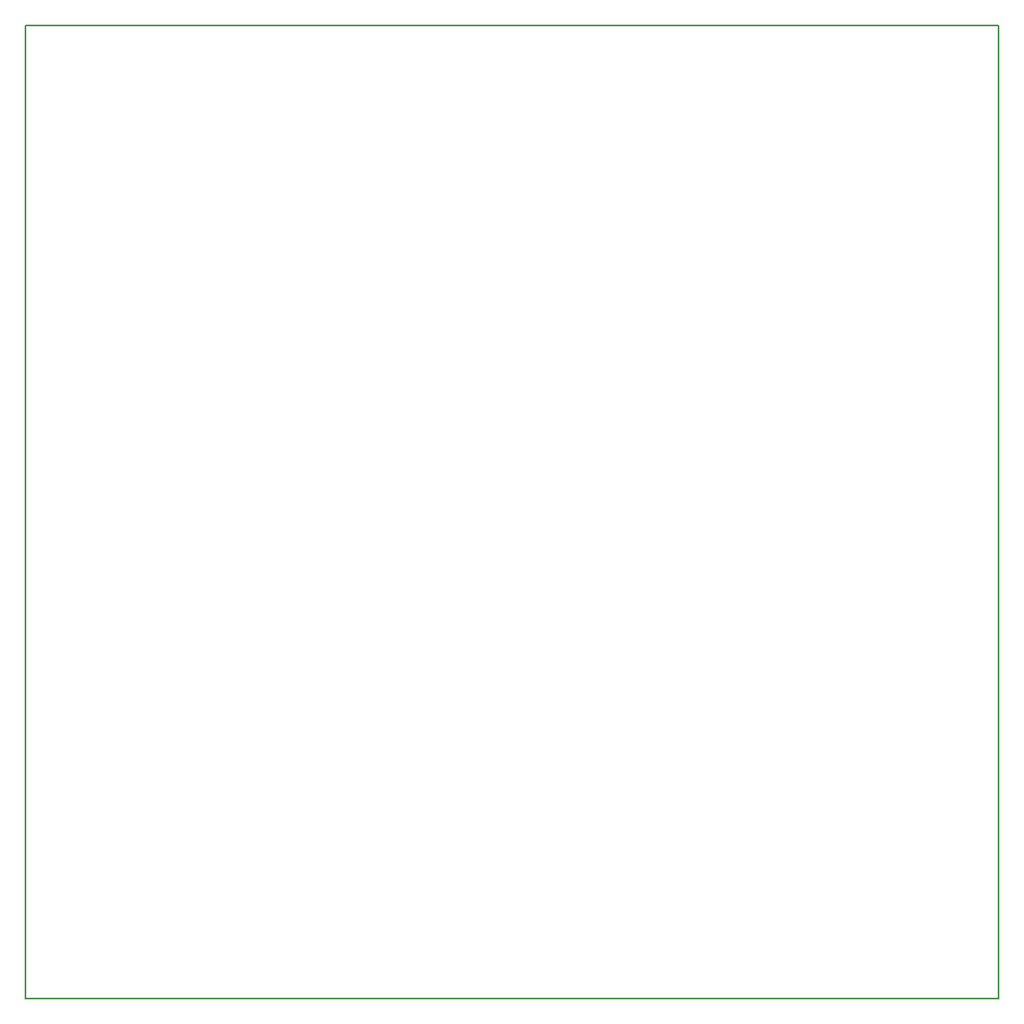
<source format=gbr>
%TF.GenerationSoftware,Altium Limited,Altium Designer,19.1.6 (110)*%
G04 Layer_Color=32768*
%FSLAX43Y43*%
%MOMM*%
%TF.FileFunction,Other,Board_Outline_(ES)*%
%TF.Part,Single*%
G01*
G75*
%TA.AperFunction,NonConductor*%
%ADD61C,0.200*%
D61*
X0Y0D02*
Y100330D01*
X100330D01*
Y0D02*
Y100330D01*
X0Y0D02*
X100330D01*
%TF.MD5,d68d7a6d2a7483ba5da71b6f7b7c6c33*%
M02*

</source>
